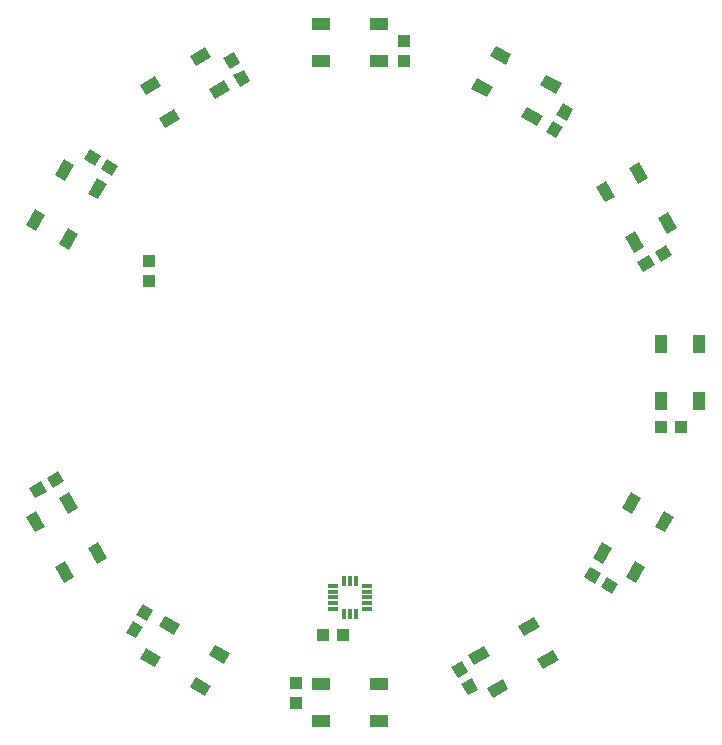
<source format=gtp>
G75*
%MOIN*%
%OFA0B0*%
%FSLAX25Y25*%
%IPPOS*%
%LPD*%
%AMOC8*
5,1,8,0,0,1.08239X$1,22.5*
%
%ADD10R,0.05906X0.03937*%
%ADD11R,0.03937X0.05906*%
%ADD12R,0.04331X0.03937*%
%ADD13R,0.03937X0.04331*%
%ADD14R,0.03750X0.01181*%
%ADD15R,0.01181X0.03350*%
D10*
G36*
X0041041Y0061356D02*
X0038088Y0066470D01*
X0041495Y0068438D01*
X0044448Y0063324D01*
X0041041Y0061356D01*
G37*
G36*
X0051951Y0067655D02*
X0048998Y0072769D01*
X0052405Y0074737D01*
X0055358Y0069623D01*
X0051951Y0067655D01*
G37*
G36*
X0042305Y0084362D02*
X0039352Y0089476D01*
X0042759Y0091444D01*
X0045712Y0086330D01*
X0042305Y0084362D01*
G37*
G36*
X0031395Y0078063D02*
X0028442Y0083177D01*
X0031849Y0085145D01*
X0034802Y0080031D01*
X0031395Y0078063D01*
G37*
G36*
X0077769Y0043998D02*
X0072655Y0046951D01*
X0074623Y0050358D01*
X0079737Y0047405D01*
X0077769Y0043998D01*
G37*
G36*
X0071470Y0033088D02*
X0066356Y0036041D01*
X0068324Y0039448D01*
X0073438Y0036495D01*
X0071470Y0033088D01*
G37*
G36*
X0088177Y0023442D02*
X0083063Y0026395D01*
X0085031Y0029802D01*
X0090145Y0026849D01*
X0088177Y0023442D01*
G37*
G36*
X0094476Y0034352D02*
X0089362Y0037305D01*
X0091330Y0040712D01*
X0096444Y0037759D01*
X0094476Y0034352D01*
G37*
X0126754Y0027699D03*
X0126754Y0015101D03*
X0146046Y0015101D03*
X0146046Y0027699D03*
G36*
X0182938Y0036805D02*
X0177824Y0033852D01*
X0175856Y0037259D01*
X0180970Y0040212D01*
X0182938Y0036805D01*
G37*
G36*
X0199645Y0046451D02*
X0194531Y0043498D01*
X0192563Y0046905D01*
X0197677Y0049858D01*
X0199645Y0046451D01*
G37*
G36*
X0205944Y0035541D02*
X0200830Y0032588D01*
X0198862Y0035995D01*
X0203976Y0038948D01*
X0205944Y0035541D01*
G37*
G36*
X0189237Y0025895D02*
X0184123Y0022942D01*
X0182155Y0026349D01*
X0187269Y0029302D01*
X0189237Y0025895D01*
G37*
G36*
X0234712Y0066470D02*
X0231759Y0061356D01*
X0228352Y0063324D01*
X0231305Y0068438D01*
X0234712Y0066470D01*
G37*
G36*
X0223802Y0072769D02*
X0220849Y0067655D01*
X0217442Y0069623D01*
X0220395Y0074737D01*
X0223802Y0072769D01*
G37*
G36*
X0233448Y0089476D02*
X0230495Y0084362D01*
X0227088Y0086330D01*
X0230041Y0091444D01*
X0233448Y0089476D01*
G37*
G36*
X0244358Y0083177D02*
X0241405Y0078063D01*
X0237998Y0080031D01*
X0240951Y0085145D01*
X0244358Y0083177D01*
G37*
G36*
X0231495Y0178438D02*
X0234448Y0173324D01*
X0231041Y0171356D01*
X0228088Y0176470D01*
X0231495Y0178438D01*
G37*
G36*
X0242405Y0184737D02*
X0245358Y0179623D01*
X0241951Y0177655D01*
X0238998Y0182769D01*
X0242405Y0184737D01*
G37*
G36*
X0232759Y0201444D02*
X0235712Y0196330D01*
X0232305Y0194362D01*
X0229352Y0199476D01*
X0232759Y0201444D01*
G37*
G36*
X0221849Y0195145D02*
X0224802Y0190031D01*
X0221395Y0188063D01*
X0218442Y0193177D01*
X0221849Y0195145D01*
G37*
G36*
X0195531Y0219802D02*
X0200645Y0216849D01*
X0198677Y0213442D01*
X0193563Y0216395D01*
X0195531Y0219802D01*
G37*
G36*
X0201830Y0230712D02*
X0206944Y0227759D01*
X0204976Y0224352D01*
X0199862Y0227305D01*
X0201830Y0230712D01*
G37*
G36*
X0185123Y0240358D02*
X0190237Y0237405D01*
X0188269Y0233998D01*
X0183155Y0236951D01*
X0185123Y0240358D01*
G37*
G36*
X0178824Y0229448D02*
X0183938Y0226495D01*
X0181970Y0223088D01*
X0176856Y0226041D01*
X0178824Y0229448D01*
G37*
X0146046Y0235101D03*
X0146046Y0247699D03*
X0126754Y0247699D03*
X0126754Y0235101D03*
G36*
X0089362Y0225995D02*
X0094476Y0228948D01*
X0096444Y0225541D01*
X0091330Y0222588D01*
X0089362Y0225995D01*
G37*
G36*
X0083063Y0236905D02*
X0088177Y0239858D01*
X0090145Y0236451D01*
X0085031Y0233498D01*
X0083063Y0236905D01*
G37*
G36*
X0066356Y0227259D02*
X0071470Y0230212D01*
X0073438Y0226805D01*
X0068324Y0223852D01*
X0066356Y0227259D01*
G37*
G36*
X0072655Y0216349D02*
X0077769Y0219302D01*
X0079737Y0215895D01*
X0074623Y0212942D01*
X0072655Y0216349D01*
G37*
G36*
X0048998Y0191031D02*
X0051951Y0196145D01*
X0055358Y0194177D01*
X0052405Y0189063D01*
X0048998Y0191031D01*
G37*
G36*
X0038088Y0197330D02*
X0041041Y0202444D01*
X0044448Y0200476D01*
X0041495Y0195362D01*
X0038088Y0197330D01*
G37*
G36*
X0028442Y0180623D02*
X0031395Y0185737D01*
X0034802Y0183769D01*
X0031849Y0178655D01*
X0028442Y0180623D01*
G37*
G36*
X0039352Y0174324D02*
X0042305Y0179438D01*
X0045712Y0177470D01*
X0042759Y0172356D01*
X0039352Y0174324D01*
G37*
D11*
X0240101Y0141046D03*
X0252699Y0141046D03*
X0252699Y0121754D03*
X0240101Y0121754D03*
D12*
G36*
X0067413Y0046492D02*
X0065248Y0042744D01*
X0061841Y0044712D01*
X0064006Y0048460D01*
X0067413Y0046492D01*
G37*
G36*
X0070759Y0052288D02*
X0068594Y0048540D01*
X0065187Y0050508D01*
X0067352Y0054256D01*
X0070759Y0052288D01*
G37*
G36*
X0035260Y0091706D02*
X0031512Y0089541D01*
X0029544Y0092948D01*
X0033292Y0095113D01*
X0035260Y0091706D01*
G37*
G36*
X0041056Y0095052D02*
X0037308Y0092887D01*
X0035340Y0096294D01*
X0039088Y0098459D01*
X0041056Y0095052D01*
G37*
X0127554Y0043900D03*
X0134246Y0043900D03*
G36*
X0173648Y0035256D02*
X0175813Y0031508D01*
X0172406Y0029540D01*
X0170241Y0033288D01*
X0173648Y0035256D01*
G37*
G36*
X0176994Y0029460D02*
X0179159Y0025712D01*
X0175752Y0023744D01*
X0173587Y0027492D01*
X0176994Y0029460D01*
G37*
G36*
X0216312Y0066559D02*
X0220060Y0064394D01*
X0218092Y0060987D01*
X0214344Y0063152D01*
X0216312Y0066559D01*
G37*
G36*
X0222108Y0063213D02*
X0225856Y0061048D01*
X0223888Y0057641D01*
X0220140Y0059806D01*
X0222108Y0063213D01*
G37*
X0239954Y0113200D03*
X0246646Y0113200D03*
G36*
X0232244Y0168348D02*
X0235992Y0170513D01*
X0237960Y0167106D01*
X0234212Y0164941D01*
X0232244Y0168348D01*
G37*
G36*
X0238040Y0171694D02*
X0241788Y0173859D01*
X0243756Y0170452D01*
X0240008Y0168287D01*
X0238040Y0171694D01*
G37*
G36*
X0201841Y0211512D02*
X0204006Y0215260D01*
X0207413Y0213292D01*
X0205248Y0209544D01*
X0201841Y0211512D01*
G37*
G36*
X0205187Y0217308D02*
X0207352Y0221056D01*
X0210759Y0219088D01*
X0208594Y0215340D01*
X0205187Y0217308D01*
G37*
G36*
X0099752Y0226644D02*
X0097587Y0230392D01*
X0100994Y0232360D01*
X0103159Y0228612D01*
X0099752Y0226644D01*
G37*
G36*
X0096406Y0232440D02*
X0094241Y0236188D01*
X0097648Y0238156D01*
X0099813Y0234408D01*
X0096406Y0232440D01*
G37*
G36*
X0057188Y0196941D02*
X0053440Y0199106D01*
X0055408Y0202513D01*
X0059156Y0200348D01*
X0057188Y0196941D01*
G37*
G36*
X0051392Y0200287D02*
X0047644Y0202452D01*
X0049612Y0205859D01*
X0053360Y0203694D01*
X0051392Y0200287D01*
G37*
D13*
X0069300Y0168446D03*
X0069300Y0161754D03*
X0154400Y0235054D03*
X0154400Y0241746D03*
X0118500Y0027846D03*
X0118500Y0021154D03*
D14*
X0130785Y0052463D03*
X0130785Y0054431D03*
X0130785Y0056400D03*
X0130785Y0058369D03*
X0130785Y0060337D03*
X0142015Y0060337D03*
X0142015Y0058369D03*
X0142015Y0056400D03*
X0142015Y0054431D03*
X0142015Y0052463D03*
D15*
X0138369Y0050880D03*
X0136400Y0050880D03*
X0134431Y0050880D03*
X0134431Y0061920D03*
X0136400Y0061920D03*
X0138369Y0061920D03*
M02*

</source>
